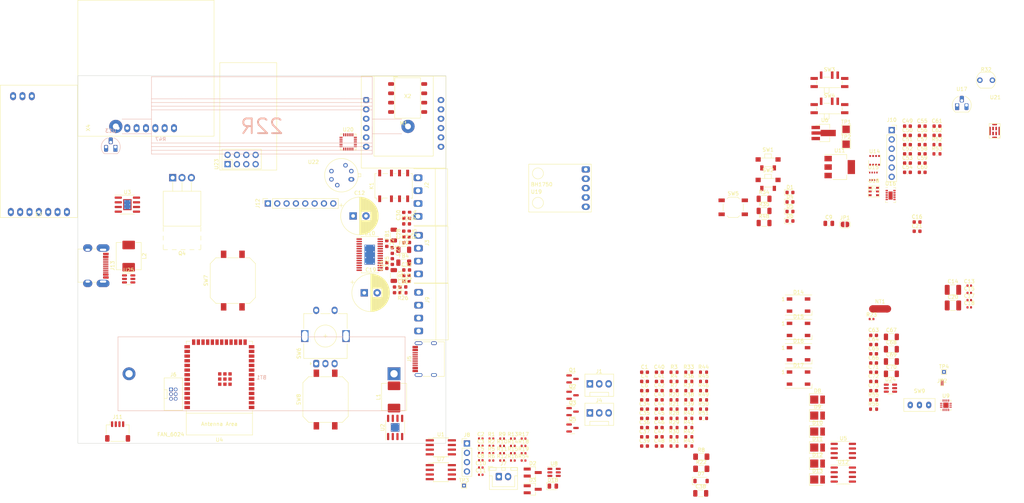
<source format=kicad_pcb>
(kicad_pcb (version 20221018) (generator pcbnew)
  (layers (0 "F.Cu" signal) (31 "B.Cu" signal) (34 "B.Paste" user) (35 "F.Paste" user) (36 "B.SilkS" user "B.Silkscreen") (37 "F.SilkS" user "F.Silkscreen") (38 "B.Mask" user) (39 "F.Mask" user) (44 "Edge.Cuts" user))
  (net 0 "")
  (net 1 "+3V8")
  (net 2 "GND")
  (net 3 "Net-(C1-Pad1)")
  (net 4 "+3V3")
  (net 5 "+5VP")
  (net 6 "PROG_EN")
  (net 7 "Net-(U2-BAT)")
  (net 8 "+15V")
  (net 9 "+24V")
  (net 10 "GNDA")
  (net 11 "/audioamplifier/AVDD")
  (net 12 "/audioamplifier/VR_DIG")
  (net 13 "Net-(U10-OUT_A+)")
  (net 14 "Net-(U10-BST_A+)")
  (net 15 "Net-(U10-OUT_A-)")
  (net 16 "Net-(U10-BST_A-)")
  (net 17 "Net-(U10-OUT_B+)")
  (net 18 "Net-(U10-BST_B+)")
  (net 19 "Net-(U10-OUT_B-)")
  (net 20 "Net-(U10-BST_B-)")
  (net 21 "OUT_A+")
  (net 22 "OUT_A-")
  (net 23 "Net-(C28-Pad2)")
  (net 24 "OUT_B+")
  (net 25 "Net-(C30-Pad2)")
  (net 26 "Net-(C31-Pad2)")
  (net 27 "OUT_B-")
  (net 28 "Net-(C33-Pad2)")
  (net 29 "+5V")
  (net 30 "SW")
  (net 31 "Net-(U20-REGOUT)")
  (net 32 "Net-(U20-CPOUT)")
  (net 33 "/psu/CC1")
  (net 34 "/psu/CC2")
  (net 35 "Net-(U25-CB)")
  (net 36 "/psu/SW")
  (net 37 "/psu/5Vx")
  (net 38 "Net-(D1-K)")
  (net 39 "Net-(D1-A)")
  (net 40 "CANH")
  (net 41 "CANL")
  (net 42 "RS485B")
  (net 43 "RS485A")
  (net 44 "Net-(D5-A)")
  (net 45 "Net-(D7-A)")
  (net 46 "/D14_COOL")
  (net 47 "/D12_COOL")
  (net 48 "/D10_COOL")
  (net 49 "/D11_COOL")
  (net 50 "/D13_COOL")
  (net 51 "/D9_COOL")
  (net 52 "Net-(D14-DOUT)")
  (net 53 "LED_RGB")
  (net 54 "Net-(D15-DOUT)")
  (net 55 "Net-(D16-DOUT)")
  (net 56 "Net-(D17-DOUT)")
  (net 57 "Net-(D18-K)")
  (net 58 "Net-(J1-Pin_1)")
  (net 59 "Net-(J1-Pin_2)")
  (net 60 "FAN1_SENSE")
  (net 61 "OneWire")
  (net 62 "/AO0")
  (net 63 "Net-(J4-Pin_1)")
  (net 64 "/VFAN")
  (net 66 "Net-(J5-CC1)")
  (net 67 "/USB+")
  (net 68 "/USB-")
  (net 70 "Net-(J5-CC2)")
  (net 72 "PROG_TX")
  (net 73 "PROG_RX")
  (net 74 "PROG_IO0")
  (net 75 "Net-(J9-Pin_1)")
  (net 76 "SCL")
  (net 77 "SDA")
  (net 89 "FAN2_DRIVE")
  (net 90 "Net-(JP1-B)")
  (net 91 "SPI_CLK")
  (net 92 "Net-(JP2-B)")
  (net 93 "K3_22")
  (net 94 "K3_21")
  (net 95 "K3_24")
  (net 96 "K3_14")
  (net 97 "K3_11")
  (net 98 "K3_12")
  (net 99 "Net-(U2-SW)")
  (net 100 "MOSI")
  (net 101 "SCLK")
  (net 102 "CS")
  (net 103 "INT")
  (net 104 "MISO")
  (net 105 "RST")
  (net 107 "Net-(Q1-B)")
  (net 108 "Net-(Q2-G)")
  (net 109 "Net-(Q3-B)")
  (net 110 "Net-(Q3-C)")
  (net 111 "Net-(Q5-G)")
  (net 112 "Net-(Q5-D)")
  (net 113 "Net-(R1-Pad1)")
  (net 114 "Net-(U2-KEY)")
  (net 115 "Net-(R4-Pad2)")
  (net 116 "Net-(U1-Rs)")
  (net 117 "Net-(SW3-A)")
  (net 118 "SDA1")
  (net 119 "Net-(U5B--)")
  (net 120 "SCL1")
  (net 121 "SDA2")
  (net 122 "SCL2")
  (net 123 "/AO1")
  (net 124 "COMMON_RESET")
  (net 125 "Net-(U5A--)")
  (net 126 "Net-(SW4-A)")
  (net 127 "/audioamplifier/ADR")
  (net 128 "K3_ON")
  (net 129 "ROT_A")
  (net 130 "LED_WHITE_P")
  (net 131 "ROT_B")
  (net 132 "Net-(R39-Pad1)")
  (net 133 "Net-(R40-Pad1)")
  (net 134 "1wire")
  (net 135 "HEATER")
  (net 136 "Net-(U12A--)")
  (net 137 "AUDIO")
  (net 138 "Net-(U12B-+)")
  (net 139 "Net-(U16-~{RESET})")
  (net 140 "Net-(U22-OEN)")
  (net 141 "Net-(U25-FB)")
  (net 142 "+5P")
  (net 143 "CAN_TX")
  (net 144 "CAN_RX")
  (net 146 "FAN1_DRIVE")
  (net 147 "I2S_SDAT")
  (net 148 "I2S_SCLK")
  (net 149 "I2S_LRCLK")
  (net 150 "485_RO")
  (net 151 "485_DI")
  (net 152 "485_DE")
  (net 153 "BUZZER")
  (net 154 "RS")
  (net 155 "ETH_CS")
  (net 156 "ETH_MOSI")
  (net 157 "ETH_CLK")
  (net 158 "ETH_MISO")
  (net 159 "ETH_INT")
  (net 160 "ETH_RST")
  (net 161 "CSN")
  (net 162 "BACKLIGHT")
  (net 163 "/VOUTB")
  (net 164 "AMP_PDN")
  (net 165 "/VOUTA")
  (net 166 "SW1")
  (net 167 "MON")
  (net 169 "Net-(U16-PWM)")
  (net 177 "I2S_SCK")
  (net 178 "I2S_SD")
  (net 179 "MOVE")
  (net 180 "SPI_IO1")
  (net 181 "SPI_IO2")
  (net 182 "SPI_CLKx")
  (net 183 "SPI_MOSIx")
  (net 184 "SPI_MISO")
  (footprint "Capacitor_SMD:C_0603_1608Metric" (layer "F.Cu") (at 253.965 130.675)
    (fp_text reference "C1")
    (fp_text value "10u")
  )
  (footprint "liebler_MECH:Switch_SS12D00" (layer "F.Cu") (at 328.67 139.59)
    (fp_text reference "SW9")
    (fp_text value "PROG 5V POWER")
  )
  (footprint "LED_SMD:LED_WS2812B_PLCC4_5.0x5.0mm_P3.2mm" (layer "F.Cu") (at 295.81 132.27)
    (fp_text reference "D17")
    (fp_text value "WS2812B")
  )
  (footprint "Resistor_SMD:R_0603_1608Metric" (layer "F.Cu") (at 261.985 143.225)
    (fp_text reference "R28")
    (fp_text value "1R")
  )
  (footprint "Capacitor_SMD:C_0603_1608Metric" (layer "F.Cu") (at 253.965 143.225)
    (fp_text reference "C35")
    (fp_text value "22u")
  )
  (footprint "Resistor_SMD:R_0402_1005Metric" (layer "F.Cu") (at 212.365 154.695)
    (fp_text reference "R6")
    (fp_text value "10k")
  )
  (footprint "Capacitor_SMD:C_0603_1608Metric" (layer "F.Cu") (at 325.405 73.795)
    (fp_text reference "C53")
    (fp_text value "u1")
  )
  (footprint "Connector_PinSocket_2.54mm:PinSocket_1x08_P2.54mm_Vertical" (layer "F.Cu") (at 151.625 84.775 90)
    (fp_text reference "J12")
    (fp_text value "CCS811")
  )
  (footprint "Capacitor_THT:CP_Radial_D10.0mm_P3.50mm" (layer "F.Cu") (at 174.782323 88.175)
    (fp_text reference "C12")
    (fp_text value "470u")
  )
  (footprint "liebler_OPTO:LED_PLCC_2835" (layer "F.Cu") (at 300.975 159.865)
    (fp_text reference "D13")
    (fp_text value "WHITE")
  )
  (footprint "Resistor_SMD:R_0603_1608Metric" (layer "F.Cu") (at 333.425 68.775)
    (fp_text reference "R52")
    (fp_text value "4k7")
  )
  (footprint "Resistor_SMD:R_0603_1608Metric" (layer "F.Cu") (at 261.985 133.185)
    (fp_text reference "R4")
    (fp_text value "10k")
  )
  (footprint "Capacitor_SMD:C_0402_1005Metric" (layer "F.Cu") (at 209.475 156.595)
    (fp_text reference "C10")
    (fp_text value "u1")
  )
  (footprint "Connector_PinSocket_2.54mm:PinSocket_1x06_P2.54mm_Vertical" (layer "F.Cu") (at 321.125 64.825)
    (fp_text reference "J10")
    (fp_text value "BME280")
  )
  (footprint "Capacitor_SMD:C_0603_1608Metric" (layer "F.Cu") (at 253.965 150.755)
    (fp_text reference "C39")
    (fp_text value "u1")
  )
  (footprint "Resistor_SMD:R_0603_1608Metric" (layer "F.Cu") (at 261.985 135.695)
    (fp_text reference "R7")
    (fp_text value "1R")
  )
  (footprint "Capacitor_SMD:C_0603_1608Metric" (layer "F.Cu") (at 188.3125 107.475)
    (fp_text reference "C31")
    (fp_text value "2n2/100V")
  )
  (footprint "Capacitor_SMD:C_0603_1608Metric" (layer "F.Cu") (at 188.5375 87.975 90)
    (fp_text reference "C30")
    (fp_text value "2n2/100V")
  )
  (footprint "Resistor_SMD:R_1206_3216Metric" (layer "F.Cu") (at 185.8375 104.375 -90)
    (fp_text reference "FB3")
    (fp_text value "300R3A")
  )
  (footprint "Package_SO:SOIC-8_3.9x4.9mm_P1.27mm" (layer "F.Cu") (at 307.975 152.065)
    (fp_text reference "U5")
    (fp_text value "LM358")
  )
  (footprint "Resistor_SMD:R_0603_1608Metric" (layer "F.Cu") (at 316.205 140.725)
    (fp_text reference "R56")
    (fp_text value "13k")
  )
  (footprint "Resistor_SMD:R_0603_1608Metric" (layer "F.Cu") (at 265.995 138.205)
    (fp_text reference "R38")
    (fp_text value "22k")
  )
  (footprint "Inductor_SMD:L_Abracon_ASPI-0630LR" (layer "F.Cu") (at 113.8 99.1 -90)
    (fp_text reference "L2")
    (fp_text value "4u7")
  )
  (footprint "Capacitor_SMD:C_0603_1608Metric" (layer "F.Cu") (at 333.425 63.755)
    (fp_text reference "C61")
    (fp_text value "u1")
  )
  (footprint "LED_SMD:LED_WS2812B_PLCC4_5.0x5.0mm_P3.2mm" (layer "F.Cu") (at 295.81 119.03)
    (fp_text reference "D15")
    (fp_text value "WS2812B")
  )
  (footprint "RF_Module:nRF24L01_Breakout" (layer "F.Cu") (at 140.675 74.1 90)
    (fp_text reference "U23")
    (fp_text value "NRF24L01")
  )
  (footprint "Connector_JST:JST_XH_B2B-XH-A_1x02_P2.50mm_Vertical" (layer "F.Cu") (at 214.385 159.065)
    (fp_text reference "J7")
    (fp_text value "FAN5V")
  )
  (footprint "Resistor_SMD:R_1206_3216Metric" (layer "F.Cu") (at 286.445 83.515)
    (fp_text reference "R34")
    (fp_text value "10R")
  )
  (footprint "Inductor_SMD:L_Abracon_ASPI-0630LR" (layer "F.Cu") (at 185.9 137.4 90)
    (fp_text reference "L1")
    (fp_text value "1u")
  )
  (footprint "Resistor_SMD:R_0402_1005Metric" (layer "F.Cu") (at 221.095 150.715)
    (fp_text reference "R18")
    (fp_text value "5k1")
  )
  (footprint "Capacitor_THT:CP_Radial_D10.0mm_P3.50mm" (layer "F.Cu") (at 177.819823 109.075)
    (fp_text reference "C19")
    (fp_text value "470u")
  )
  (footprint "Resistor_SMD:R_0603_1608Metric" (layer "F.Cu") (at 265.995 140.715)
    (fp_text reference "R39")
    (fp_text value "4k7")
  )
  (footprint "Package_TO_SOT_SMD:SOT-223-3_TabPin2" (layer "F.Cu") (at 307.005 74.875)
    (fp_text reference "U11")
    (fp_text value "AMS1117")
  )
  (footprint "liebler_MECH:SW_Push_1P1T_NO_CK_PTS125Sx43PSMTR" (layer "F.Cu") (at 142.1 105.75 90)
    (fp_text reference "SW7")
    (fp_text value "RED")
  )
  (footprint "OptoDevice:R_LDR_5.1x4.3mm_P3.4mm_Vertical" (layer "F.Cu") (at 345.085 51.255)
    (fp_text reference "R32")
    (fp_text value "GL5516")
  )
  (footprint "Package_TO_SOT_SMD:SOT-23-6" (layer "F.Cu") (at 229.385 157.915)
    (fp_text reference "U8")
    (fp_text value "SRV05-4")
  )
  (footprint "Capacitor_SMD:C_0603_1608Metric" (layer "F.Cu") (at 316.205 125.665)
    (fp_text reference "C65")
    (fp_text value "n33")
  )
  (footprint "liebler_MODULES:W5500-mini" (layer "F.Cu") (at 188.5 63)
    (fp_text reference "M1")
    (fp_text value "W5500_mini")
  )
  (footprint "Resistor_SMD:R_0603_1608Metric" (layer "F.Cu") (at 261.985 145.735)
    (fp_text reference "R29")
    (fp_text value "1k")
  )
  (footprint "Diode_SMD:D_SOD-123" (layer "F.Cu") (at 269.33 160.265)
    (fp_text reference "D7")
    (fp_text value "1N4007")
  )
  (footprint "liebler_MODULES:SIM7080G_AND_MODULE" (layer "F.Cu") (at 118.5 64.3 90)
    (fp_text reference "X4")
    (fp_text value "SIM7080G")
  )
  (footprint "Resistor_SMD:R_0603_1608Metric" (layer "F.Cu") (at 316.205 138.215)
    (fp_text reference "R55")
    (fp_text value "68k")
  )
  (footprint "Capacitor_SMD:C_0603_1608Metric" (layer "F.Cu") (at 329.415 76.305)
    (fp_text reference "C60")
    (fp_text value "u1")
  )
  (footprint "Resistor_SMD:R_0603_1608Metric" (layer "F.Cu") (at 261.985 130.675)
    (fp_text reference "R3")
    (fp_text value "2R2")
  )
  (footprint "Package_TO_SOT_SMD:SOT-23" (layer "F.Cu") (at 234.405 132.495)
    (fp_text reference "Q1")
    (fp_text value "BC817")
  )
  (footprint "Capacitor_SMD:C_0603_1608Metric" (layer "F.Cu") (at 257.975 133.185)
    (fp_text reference "C41")
    (fp_text value "4u7")
  )
  (footprint "liebler_CONN:USB_C_Receptacle_HRO_TYPE-C-31-M-12_IMPROVED" (layer "F.Cu") (at 102.6675 101.7 -90)
    (fp_text reference "J13")
    (fp_text value "POWER")
  )
  (footprint "Resistor_SMD:R_1206_3216Metric_Pad1.30x1.75mm_HandSolder" (layer "F.Cu") (at 269.385 153.655)
    (fp_text reference "R8")
    (fp_text value "K12")
  )
  (footprint "Connector:FanPinHeader_1x03_P2.54mm_Vertical" (layer "F.Cu") (at 239.125 133.845)
    (fp_text reference "J1")
    (fp_text value "Fan1")
  )
  (footprint "liebler_CONN:PhoenixContact_MC_1,5_4-G-3.5_1x04_P3.50mm_Horizontal_smallerCourtyard" (layer "F.Cu") (at 192.435 83.04 90)
    (fp_text reference "J2")
    (fp_text value "OneWire")
  )
  (footprint "Resistor_SMD:R_0402_1005Metric" (layer "F.Cu") (at 315.655 116.215)
    (fp_text reference "R23")
    (fp_text value "4k7")
  )
  (footprint "Resistor_SMD:R_0402_1005Metric" (layer "F.Cu") (at 218.185 152.705)
    (fp_text reference "R15")
    (fp_text value "4k7")
  )
  (footprint "Resistor_SMD:R_0402_1005Metric" (layer "F.Cu") (at 221.095 148.725)
    (fp_text reference "R17")
    (fp_text value "22k")
  )
  (footprint "Resistor_SMD:R_0603_1608Metric" (layer "F.Cu") (at 270.005 143.225)
    (fp_text reference "R51")
    (fp_text value "22k")
  )
  (footprint "Capacitor_SMD:C_0603_1608Metric" (layer "F.Cu") (at 253.965 145.735)
    (fp_text reference "C36")
    (fp_text value "22u")
  )
  (footprint "liebler_CONN:Jumper_Trace_025x150x015" (layer "F.Cu") (at 334.82 133.53)
    (fp_text reference "JP2")
    (fp_text value "USBC_INT")
  )
  (footprint "Capacitor_SMD:C_0603_1608Metric" (layer "F.Cu") (at 183.9375 95.675 -90)
    (fp_text reference "C22")
    (fp_text value "u22")
  )
  (footprint "Capacitor_SMD:C_0603_1608Metric" (layer "F.Cu") (at 316.205 130.685)
    (fp_text reference "C71")
    (fp_text value "u1")
  )
  (footprint "Capacitor_SMD:C_0603_1608Metric" (layer "F.Cu") (at 329.415 66.265)
    (fp_text reference "C56")
    (fp_text value "10n")
  )
  (footprint "Capacitor_SMD:C_0603_1608Metric" (layer "F.Cu") (at 325.405 71.285)
    (fp_text reference "C52")
    (fp_text value "u1")
  )
  (footprint "Capacitor_SMD:C_0603_1608Metric" (layer "F.Cu") (at 186.0375 108.275 -90)
    (fp_text reference "C29")
    (fp_text value "2n2/100V")
  )
  (footprint "liebler_MECH:SW_SPDT_PCM12_handsolder" (layer "F.Cu") (at 304.21 58.665)
    (fp_text reference "SW4")
    (fp_text value "OFF TERM  ON")
  )
  (footprint "Capacitor_SMD:C_0603_1608Metric" (layer "F.Cu") (at 257.975 130.675)
    (fp_text reference "C40")
    (fp_text value "u1")
  )
  (footprint "Package_SO:SOIC-8-1EP_3.9x4.9mm_P1.27mm_EP2.29x3mm_ThermalVias" (layer "F.Cu") (at 113.45 85.1)
    (fp_text reference "U3")
    (fp_text value "AS4950")
  )
  (footprint "Connector:FanPinHeader_1x03_P2.54mm_Vertical" (layer "F.Cu") (at 239.125 141.745)
    (fp_text reference "J4")
    (fp_text value "Fan2")
  )
  (footprint "LED_SMD:LED_0603_1608Metric" (layer "F.Cu") (at 293.485 84.365)
    (fp_text reference "D4")
    (fp_text value "75%")
  )
  (footprint "Capacitor_SMD:C_0603_1608Metric" (layer "F.Cu") (at 253.965 133.185)
    (fp_text reference "C4")
    (fp_text value "10u")
  )
  (footprint "Sensor_Motion:InvenSense_QFN-24_4x4mm_P0.5mm" (layer "F.Cu") (at 173.45 68.05)
    (fp_text reference "U20")
    (fp_text value "MPU-6050")
  )
  (footprint "Resistor_SMD:R_0402_1005Metric" (layer "F.Cu") (at 218.185 154.695)
    (fp_text reference "R16")
    (fp_text value "10k")
  )
  (footprint "Package_LGA:Bosch_LGA-8_2.5x2.5mm_P0.65mm_ClockwisePinNumbering" (layer "F.Cu") (at 316.135 77.395)
    (fp_text reference "U15")
    (fp_text value "BME280")
  )
  (footprint "Capacitor_SMD:C_0603_1608Metric" (layer "F.Cu") (at 253.965 138.205)
    (fp_text reference "C7")
    (fp_text value "22u")
  )
  (footprint "Capacitor_SMD:C_0603_1608Metric" (layer "F.Cu") (at 329.415 63.755)
    (fp_text reference "C55")
    (fp_text value "10u")
  )
  (footprint "Capacitor_SMD:C_0603_1608Metric" (layer "F.Cu") (at 316.205 120.645)
    (fp_text reference "C63")
    (fp_text value "u1")
  )
  (footprint "Capacitor_SMD:C_0402_1005Metric" (layer "F.Cu") (at 342.205 109.095)
    (fp_text reference "C15")
    (fp_text value "u1")
  )
  (footprint "Package_TO_SOT_SMD:SOT-89-3_Handsoldering" (layer "F.Cu") (at 302.935 65.615)
    (fp_text reference "U6")
    (fp_text value "L78L15_SOT89")
  )
  (footprint "Resistor_SMD:R_1206_3216Metric" (layer "F.Cu") (at 185.8375 93.375 90)
    (fp_text reference "FB1")
    (fp_text value "300R3A")
  )
  (footprint "Package_SO:HSOP-8-1EP_3.9x4.9mm_P1.27mm_EP2.3x2.3mm_ThermalVias" (layer "F.Cu") (at 186.2 145.7 90)
    (fp_text reference "U2")
    (fp_text value "IP5306")
  )
  (footprint "liebler_SEMICONDUCTORS:AMS_LGA-10-1EP_2.7x4mm_P0.6mm" (layer "F.Cu") (at 320.825 82.475)
    (fp_text reference "U16")
    (fp_text value "CCS811")
  )
  (footprint "TestPoint:TestPoint_Pad_2.0x2.0mm" (layer "F.Cu") (at 308.735 68.665)
    (fp_text reference "TP2")
    (fp_text value "AO0")
  )
  (footprint "Capacitor_SMD:C_0603_1608Metric" (layer "F.Cu") (at 188.5475 105.155 -90)
    (fp_text reference "C33")
    (fp_text value "2n2/100V")
  )
  (footprint "Capacitor_SMD:C_1206_3216Metric" (layer "F.Cu") (at 321.035 124.415)
    (fp_text reference "C68")
    (fp_text value "1u")
  )
  (footprint "Capacitor_SMD:C_0603_1608Metric" (layer "F.Cu") (at 316.205 135.705)
    (fp_text reference "C73")
    (fp_text value "22u")
  )
  (footprint "liebler_MECH:SW_Push_1P1T_NO_CK_PTS125Sx43PSMTR" (layer "F.Cu") (at 167.3 138.1 90)
    (fp_text reference "SW8")
    (fp_text value "GREEN")
  )
  (footprint "Capacitor_SMD:C_0603_1608Metric" (layer "F.Cu") (at 257.975 135.695)
    (fp_text reference "C42")
    (fp_text value "1u")
  )
  (footprint "Connector_JST:JST_SH_SM04B-SRSS-TB_1x04-1MP_P1.00mm_Horizontal" (layer "F.Cu") (at 110.8 146.8)
    (fp_text reference "J11")
    (fp_text value "QWIIC")
  )
  (footprint "liebler_CONN:IDC_2x03_P1.27mm_Vertical" (layer "F.Cu") (at 125.935 136.63)
    (fp_text reference "J6")
    (fp_text value "PROG")
  )
  (footprint "liebler_OPTO:LED_PLCC_2835" (layer "F.Cu") (at 300.975 151.165)
    (fp_text reference "D11")
    (fp_text value "WHITE")
  )
  (footprint "liebler_SEMICONDUCTORS:SOIC-8_3.9x4.9mm_Pitch1.27mm_handsolder" (layer "F.Cu") (at 198.615 151.105)
    (fp_text reference "U1")
    (fp_text value "SN65HVD230" hide)
  )
  (footprint "liebler_MECH:Button_2x4x3,5_handsolder" (layer "F.Cu") (at 287.54 73.41)
    (fp_text reference "SW1")
    (fp_text value "Reset")
  )
  (footprint "Espressif:ESP32-S3-WROOM-1" (layer "F.Cu") (at 138.45 132 180)
    (fp_text reference "U4")
    (fp_text value "ESP32-S3-WROOM-1")
  )
  (footprint "Resistor_SMD:R_0603_1608Metric" (layer "F.Cu") (at 265.995 150.755)
    (fp_text reference "R43")
    (fp_text value "4k7")
  )
  (footprint "Capacitor_SMD:C_0603_1608Metric" (layer "F.Cu") (at 325.405 66.265)
    (fp_text reference "C50")
    (fp_text value "u1")
  )
  (footprint "Capacitor_SMD:C_0805_2012Metric" (layer "F.Cu") (at 304.035 90.195)
    (fp_text reference "C9")
    (fp_text value "u47")
  )
  (footprint "liebler_MODULES:GY-302" (layer "F.Cu") (at 238 80.6)
    (fp_text reference "U19")
    (fp_text value "BH1750")
  )
  (footprint "Resistor_SMD:R_0603_1608Metric" (layer "F.Cu") (at 190.1375 87.975 -90)
    (fp_text reference "R24")
    (fp_text value "68R")
  )
  (footprint "Capacitor_SMD:C_0402_1005Metric" (layer "F.Cu") (at 209.475 158.565)
    (fp_text reference "C11")
    (fp_text value "u1")
  )
  (footprint "liebler_MODULES:Ebyte-E32-900T20D" (layer "F.Cu") (at 89.4 87.1 180)
    (fp_text reference "X3")
    (fp_text value "Ebyte E32")
  )
  (footprint "Resistor_SMD:R_1206_3216Metric" (layer "F.Cu") (at 286.445 90.095)
    (fp_text reference "R48")
    (fp_text value "3k3")
  )
  (footprint "Package_TO_SOT_SMD:SOT-23_Handsoldering" (layer "F.Cu") (at 223.585 157.965)
    (fp_text reference "D2")
    (fp_text value "NUP2105")
  )
  (footprint "TestPoint:TestPoint_Pad_2.0x2.0mm" (layer "F.Cu") (at 308.735 64.615)
    (fp_text reference "TP1")
    (fp_text value "AO1")
  )
  (footprint "Resistor_SMD:R_0402_1005Metric" (layer "F.Cu") (at 215.275 148.725)
    (fp_text reference "R9")
    (fp_text value "4k7")
  )
  (footprint "liebler_OPTO:LED_PLCC_2835" (layer "F.Cu") (at 300.975 155.515)
    (fp_text reference "D12")
    (fp_text value "WHITE")
  )
  (footprint "liebler_MECH:Button_2x4x3,5_handsolder" (layer "F.Cu") (at 287.54 78.97)
    (fp_text reference "SW2")
    (fp_text value "Prog")
  )
  (footprint "Capacitor_SMD:C_0603_1608Metric" (layer "F.Cu") (at 316.205 123.155)
    (fp_text reference "C64")
    (fp_text value "u1")
  )
  (footprint "Resistor_SMD:R_0603_1608Metric" (layer "F.Cu") (at 265.995 130.675)
    (fp_text reference "R33")
    (fp_text value "1k")
  )
  (footprint "Package_TO_SOT_SMD:SOT-23-6" (layer "F.Cu") (at 113.8 105.3)
    (fp_text reference "U25")
    (fp_text value "RY8310")
  )
  (footprint "Resistor_SMD:R_0402_1005Metric" (layer "F.Cu") (at 215.275 154.695)
    (fp_text reference "R12")
    (fp_text value "4k7")
  )
  (footprint "TestPoint:TestPoint_THTPad_1.0x1.0mm_Drill0.5mm" (layer "F.Cu") (at 335.335 130.595)
    (fp_text reference "TP4")
    (fp_text value "TP_INT")
  )
  (footprint "Capacitor_SMD:C_0603_1608Metric" (layer "F.Cu") (at 189.3275 95.39)
    (fp_text reference "C27")
    (fp_text value "2n2/100V")
  )
  (footprint "Resistor_SMD:R_0603_1608Metric" (layer "F.Cu") (at 261.985 138.205)
    (fp_text reference "R20")
    (fp_text value "1k")
  )
  (footprint "Resistor_SMD:R_0603_1608Metric" (layer "F.Cu") (at 265.995 135.695)
    (fp_text reference "R37")
    (fp_text value "1k")
  )
  (footprint "Capacitor_SMD:C_0402_1005Metric" (layer "F.Cu") (at 342.205 111.065)
    (fp_text reference "C17")
    (fp_text value "1u")
  )
  (footprint "Jumper:SolderJumper-2_P1.3mm_Open_RoundedPad1.0x1.5mm" (layer "F.Cu") (at 308.435 90.465)
    (fp_text reference "JP1")
    (fp_text value "Fan2toFan1")
  )
  (footprint "Capacitor_SMD:C_0603_1608Metric" (layer "F.Cu") (at 253.965 148.245)
    (fp_text reference "C37")
    (fp_text value "22u")
  )
  (footprint "Package_SO:HTSSOP-28-1EP_4.4x9.7mm_P0.65mm_EP2.85x5.4mm_ThermalVias" (layer "F.Cu") (at 179.3 98.7)
    (fp_text reference "U10")
    (fp_text value "TAS5805M")
  )
  (footprint "Capacitor_SMD:C_0603_1608Metric" (layer "F.Cu") (at 257.975 150.755)
    (fp_text reference "C48")
    (fp_text value "u1")
  )
  (footprint "Capacitor_SMD:C_0603_1608Metric" (layer "F.Cu") (at 189.3175 90.335)
    (fp_text reference "C26")
    (fp_text value "2n2/100V")
  )
  (footprint "liebler_MODULES:XGZP6897D" (layer "F.Cu") (at 189.6 56.09)
    (fp_text reference "X2")
    (fp_text value "XGZP6897D")
  )
  (footprint "Resistor_SMD:R_1206_3216Metric" (layer "F.Cu") (at 188.5375 97.375)
    (fp_text reference "FB2")
    (fp_text value "300R3A")
  )
  (footprint "Package_TO_SOT_SMD:SOT-23" (layer "F.Cu") (at 234.405 136.945)
    (fp_text reference "Q2")
    (fp_text value "IRLML6344")
  )
  (footprint "liebler_SEMICONDUCTORS:MSM261D4030H1CPM" (layer "F.Cu") (at 349.09 65.06)
    (fp_text reference "U21")
    (fp_text value "MSM261D4030H1CPM")
  )
  (footprint "Resistor_SMD:R_0603_1608Metric" (layer "F.Cu") (at 261.985 140.715)
    (fp_text reference "R21")
    (fp_text value "1k")
  )
  (footprint "Resistor_SMD:R_0603_1608Metric" (layer "F.Cu") (at 333.425 71.285)
    (fp_text reference "R53")
    (fp_text value "1M")
  )
  (footprint "Relay_SMD:Relay_DPDT_Omron_G6K-2F-Y" (layer "F.Cu") (at 185.8 80 90)
    (fp_text reference "K1")
    (fp_text value "G6K-2")
  )
  (footprint "liebler_MECH:FAN_6024" (layer "F.Cu") (at 150 157.5)
    (fp_text reference "X1" hide)
    (fp_text value "FAN_6024")
  )
  (footprint "Capacitor_SMD:C_0402_1005Metric" (layer "F.Cu") (at 209.475 152.655)
    (fp_text reference "C5")
    (fp_text value "u1")
  )
  (footprint "liebler_MECH:SW_SPDT_PCM12_handsolder" (layer "F.Cu") (at 304.21 51.56)
    (fp_text reference "SW3")
    (fp_text value "TERM ON")
  )
  (footprint "Capacitor_SMD:C_0603_1608Metric" (layer "F.Cu") (at 316.205 128.175)
    (fp_text reference "C66")
    (fp_text value "n33")
  )
  (footprint "Package_DFN_QFN:WQFN-14-1EP_2.5x2.5mm_P0.5mm_EP1.45x1.45mm" (layer "F.Cu") (at 335.855 139.655)
    (fp_text reference "U9")
    (fp_text value "FUSB302BMPX")
  )
  (footprint "Capacitor_SMD:C_0603_1608Metric" (layer "F.Cu") (at 185.4375 97.575 -90)
    (fp_text reference "C23")
    (fp_text value "u22")
  )
  (footprint "Package_TO_SOT_SMD:SOT-23_Handsoldering" (layer "F.Cu") (at 223.585 162.515)
    (fp_text reference "D3")
    (fp_text value "PSM712")
  )
  (footprint "Capacitor_SMD:C_0402_1005Metric" (layer "F.Cu") (at 342.205 113.035)
    (fp_text reference "C18")
    (fp_text value "1u")
  )
  (footprint "Capacitor_SMD:C_1206_3216Metric" (layer "F.Cu") (at 321.035 121.065)
    (fp_text reference "C67")
    (fp_text value "1u")
  )
  (footprint "Resistor_SMD:R_0402_1005Metric" (layer "F.Cu") (at 221.095 152.705)
    (fp_text reference "R19")
    (fp_text value "5k1")
  )
  (footprint "Capacitor_SMD:C_0603_1608Metric" (layer "F.Cu") (at 325.405 68.775)
    (fp_text reference "C51")
    (fp_text value "u1")
  )
  (footprint "Resistor_SMD:R_0402_1005Metric" (layer "F.Cu") (at 218.185 148.725)
    (fp_text reference "R13")
    (fp_text value "4k7")
  )
  (footprint "Capacitor_SMD:C_0603_1608Metric" (layer "F.Cu") (at 257.975 138.205)
    (fp_text reference "C43")
    (fp_text value "4u7")
  )
  (footprint "Capacitor_SMD:C_0603_1608Metric" (layer "F.Cu") (at 257.975 145.735)
    (fp_text reference "C46")
    (fp_text value "u1")
  )
  (footprint "Capacitor_SMD:C_0603_1608Metric" (layer "F.Cu") (at 329.415 71.285)
    (fp_text reference "C58")
    (fp_text value "u1")
  )
  (footprint "Capacitor_SMD:C_0603_1608Metric" (layer "F.Cu") (at 325.405 63.755)
    (fp_text reference "C49")
    (fp_text value "u1")
  )
  (footprint "Capacitor_SMD:C_0603_1608Metric" (layer "F.Cu") (at 329.415 73.795)
    (fp_text reference "C59")
    (fp_text value "2n2")
  )
  (footprint "Capacitor_SMD:C_0603_1608Metric" (layer "F.Cu") (at 257.975 140.715)
    (fp_text reference "C44")
    (fp_text value "1u")
  )
  (footprint "Package_LGA:Bosch_LGA-8_3x3mm_P0.8mm_ClockwisePinNumbering" (layer "F.Cu") (at 316.475 73.055)
    (fp_text reference "U14")
    (fp_text value "BME680")
  )
  (footprint "Capacitor_SMD:C_0402_1005Metric" (layer "F.Cu") (at 209.475 154.625)
    (fp_text reference "C8")
    (fp_text value "u1")
  )
  (footprint "Resistor_SMD:R_0603_1608Metric" (layer "F.Cu") (at 270.005 133.185)
    (fp_text reference "R45")
    (fp_text value "1k")
  )
  (footprint "liebler_SEMICONDUCTORS:AHT21" (layer "F.Cu") (at 316.26 81.52)
    (fp_text reference "U18")
    (fp_text value "AHT21")
  )
  (footprint "Resistor_SMD:R_0402_1005Metric" (layer "F.Cu") (at 212.365 152.705)
    (fp_text reference "R5")
    (fp_text value "4k7")
  )
  (footprint "LED_SMD:LED_0805_2012Metric" (layer "F.Cu") (at 229.055 161.66)
    (fp_text reference "D18")
    (fp_text value "HTR ON")
  )
  (footprint "Capacitor_SMD:C_0603_1608Metric" (layer "F.Cu") (at 185.4375 100.575 90)
    (fp_text reference "C25")
    (fp_text value "u22")
  )
  (footprint "liebler_OPTO:LED_PLCC_2835" (layer "F.Cu") (at 300.975 142.465)
    (fp_text reference "D9")
    (fp_text value "WHITE")
  )
  (footprint "Resistor_SMD:R_0603_1608Metric" (layer "F.Cu") (at 270.005 135.695)
    (fp_text reference "R46")
    (fp_text value "10k")
  )
  (footprint "Capacitor_SMD:C_0402_1005Metric" (layer "F.Cu") (at 209.475 148.715)
    (fp_text reference "C2")
    (fp_text value "u1")
  )
  (footprint "Resistor_SMD:R_0603_1608Metric" (layer "F.Cu") (at 265.995 143.225)
    (fp_text reference "R40")
    (fp_text value "2k2")
  )
  (footprint "Resistor_SMD:R_0402_1005Metric" (layer "F.Cu") (at 212.365 148.725)
    (fp_text reference "R1")
    (fp_text value "k1")
  )
  (footprint "Resistor_SMD:R_1206_3216Metric" (layer "F.Cu") (at 188.5375 100.875)
    (fp_text reference "FB4")
    (fp_text value "300R3A")
  )
  (footprint "Resistor_SMD:R_0603_1608Metric" (layer "F.Cu") (at 261.985 150.755)
    (fp_text reference "R31")
    (fp_text value "10k")
  )
  (footprint "Capacitor_SMD:C_1206_3216Metric" (layer "F.Cu") (at 321.035 127.765)
    (fp_text reference "C69")
    (fp_text value "10u")
  )
  (footprint "LED_SMD:LED_WS2812B_PLCC4_5.0x5.0mm_P3.2mm" (layer "F.Cu") (at 295.81 125.65)
    (fp_text reference "D16")
    (fp_text value "WS2812B")
  )
  (footprint "Resistor_SMD:R_0603_1608Metric" (layer "F.Cu") (at 261.985 148.245)
    (fp_text reference "R30")
    (fp_text value "1k")
  )
  (footprint "LED_SMD:LED_0603_1608Metric" (layer "F.Cu") (at 293.485 81.775)
    (fp_text reference "D1")
    (fp_text value "100%")
  )
  (footprint "Package_TO_SOT_THT:TO-92_HandSolder" (layer "F.Cu") (at 338.905 58.065)
    (fp_text reference "U17")
    (fp_text value "DS18B20")
  )
  (footprint "Resistor_SMD:R_0402_1005Metric" (layer "F.Cu") (at 215.275 152.705)
    (fp_text reference "R11")
    (fp_text value "4k7")
  )
  (footprint "Resistor_SMD:R_0603_1608Metric" (layer "F.Cu") (at 188.3375 109.075 180)
    (fp_text reference "R26")
    (fp_text value "68R")
  )
  (footprint "Resistor_SMD:R_1206_3216Metric" (layer "F.Cu") (at 286.445 86.805)
    (fp_text reference "R35")
    (fp_text value "10R")
  )
  (footprint "Capacitor_SMD:C_1210_3225Metric_Pad1.33x2.70mm_HandSolder" (layer "F.Cu") (at 337.765 112.515)
    (fp_text reference "C20")
    (fp_text value "22u")
  )
  (footprint "Resistor_SMD:R_0603_1608Metric" (layer "F.Cu") (at 270.005 140.715)
    (fp_text reference "R50")
    (fp_text value "10k")
  )
  (footprint "liebler_CONN:USB_C_Receptacle_HRO_TYPE-C-31-M-12_smaller" (layer "F.Cu") (at 195.7 127.1 90)
    (fp_text reference "J5")
    (fp_text value "USB_C_Receptacle_USB2.0")
  )
  (footprint "liebler_CONN:PhoenixContact_MC_1,5_4-G-3.5_1x04_P3.50mm_Horizontal_smallerCourtyard" (layer "F.Cu") (at 192.595 114.2 90)
    (fp_text reference "J9")
    (fp_text value "OneWire")
  )
  (footprint "Resistor_SMD:R_0402_1005Metric" (layer "F.Cu") (at 221.095 154.695)
    (fp_text reference "R54")
    (fp_text value "10k")
  )
  (footprint "Capacitor_SMD:C_0603_1608Metric" (layer "F.Cu") (at 257.975 148.245)
    (fp_text reference "C47")
    (fp_text value "u1")
  )
  (footprint "Capacitor_SMD:C_0402_1005Metric" (layer "F.Cu") (at 209.475 150.685)
    (fp_text reference "C3")
    (fp_text value "u1")
  )
  (footprint "Resistor_SMD:R_0603_1608Metric" (layer "F.Cu") (at 265.995 133.185)
    (fp_text reference "R36")
    (fp_text value "1k")
  )
  (footprint "NetTie:NetTie-2_SMD_Pad2.0mm" (layer "F.Cu") (at 317.975 113.445)
    (fp_text reference "NT1")
    (fp_text value "Net-Tie_2")
  )
  (footprint "LED_SMD:LED_WS2812B_PLCC4_5.0x5.0mm_P3.2mm" (layer "F.Cu") (at 295.81 112.41)
    (fp_text reference "D14")
    (fp_text value "WS2812B")
  )
  (footprint "TestPoint:TestPoint_THTPad_1.0x1.0mm_Drill0.5mm" (layer "F.Cu") (at 204.915 161.505)
    (fp_text reference "TP3")
    (fp_text value "SW")
  )
  (footprint "Resistor_SMD:R_0603_1608Metric" (layer "F.Cu") (at 190.0375 93.1 -90)
    (fp_text reference "R25")
    (fp_text value "68R")
  )
  (footprint "Resistor_SMD:R_0603_1608Metric" (layer "F.Cu") (at 265.995 148.245)
    (fp_text reference "R42")
    (fp_text value "1k")
  )
  (footprint "Resistor_SMD:R_0402_1005Metric" (layer "F.Cu") (at 212.365 150.715)
    (fp_text reference "R2")
    (fp_text value "10k")
  )
  (footprint "liebler_SEMICONDUCTORS:SOIC-8_3.9x4.9mm_Pitch1.27mm_handsolder" (layer "F.Cu") (at 198.615 157.855)
    (fp_text reference "U7")
    (fp_text value "MAX3485" hide)
  )
  (footprint "Package_TO_SOT_SMD:SOT-23" (layer "F.Cu") (at 234.405 141.395)
    (fp_text reference "Q3")
    (fp_text value "BC817")
  )
  (footprint "liebler_MECH:RotaryEncoder_Alps_EC11E-Switch_Vertical_H20mm" (layer "F.Cu") (at 167.26 120.839 90)
    (fp_text reference "SW6")
    (fp_text value "YELLOW")
  )
  (footprint "Resistor_SMD:R_0603_1608Metric" (layer "F.Cu") (at 270.005 138.205)
    (fp_text reference "R49")
    (fp_text value "10k")
  )
  (footprint "Resistor_SMD:R_0603_1608Metric" (layer "F.Cu") (at 190.0475 105.155 90)
    (fp_text reference "R27")
    (fp_text value "68R")
  )
  (footprint "Button_Switch_SMD:SW_SPST_TL3342" (layer "F.Cu") (at 278.065 85.825)
    (fp_text reference "SW5")
    (fp_text value "POWER")
  )
  (footprint "Capacitor_SMD:C_0402_1005Metric" (layer "F.Cu") (at 342.205 107.125)
    (fp_text reference "C13")
    (fp_text value "4u7")
  )
  (footprint "Capacitor_SMD:C_0603_1608Metric" (layer "F.Cu") (at 253.965 140.715)
    (fp_text reference "C34")
    (fp_text value "22u")
  )
  (footprint "Capacitor_SMD:C_0603_1608Metric" (layer "F.Cu") (at 328.015 89.825)
    (fp_text reference "C16")
    (fp_text value "u1")
  )
  (footprint "Package_TO_SOT_SMD:SOT-23-6" (layer "F.Cu") (at 320.785 135.015)
    (fp_text reference "U24")
    (fp_text value "SRV05")
  )
  (footprint "liebler_OPTO:LED_PLCC_2835" (layer "F.Cu") (at 300.975 146.815)
    (fp_text reference "D10")
    (fp_text value "WHITE")
  )
  (footprint "Package_TO_SOT_SMD:SOT-23" (layer "F.Cu") (at 234.405 145.845)
    (fp_text reference "Q5")
    (fp_text value "IRLML6344")
  )
  (footprint "liebler_CONN:PhoenixContact_MC_1,5_4-G-3.5_1x04_P3.50mm_Horizontal_smallerCourtyard" (layer "F.Cu") (at 192.535 98.7 90)
    (fp_text reference "J3")
    (fp_text value "Audio")
  )
  (footprint "Capacitor_SMD:C_0603_1608Metric" (layer "F.Cu") (at 189.3375 102.875)
    (fp_text reference "C32")
    (fp_text value "2n2/100V")
  )
  (footprint "Connector_PinHeader_2.54mm:PinHeader_1x04_P2.54mm_Vertical" (layer "F.Cu") (at 205.715 150.055)
    (fp_text reference "J8")
    (fp_text value "GN 5V RGB GN")
  )
  (footprint "Capacitor_SMD:C_0603_1608Metric" (layer "F.Cu") (at 257.975 143.225)
    (fp_text reference "C45")
    (fp_text value "u1")
  )
  (footprint "Capacitor_SMD:C_0603_1608Metric" (layer "F.Cu") (at 328.015 92.335)
    (fp_text reference "C21")
    (fp_text value "u1")
  )
  (footprint "Capacitor_SMD:C_0603_1608Metric" (layer "F.Cu") (at 316.205 133.195)
    (fp_text reference "C72")
    (fp_text value "u1")
  )
  (footprint "Capacitor_SMD:C_0603_1608Metric" (layer "F.Cu") (at 325.405 76.305)
    (fp_text reference "C54")
    (fp_text value "1u")
  )
  (footprint "Capacitor_SMD:C_0603_1608Metric" (layer "F.Cu") (at 183.9375 101.675 90)
    (fp_text reference "C24")
    (fp_text value "u22")
  )
  (footprint "Resistor_SMD:R_1206_3216Metric_Pad1.30x1.75mm_HandSolder" (layer "F.Cu") (at 269.385 156.945)
    (fp_text reference "R22")
    (fp_text value "K12")
  )
  (footprint "Capacitor_SMD:C_0603_1608Metric" (layer "F.Cu") (at 329.415 68.775)
    (fp_text reference "C57")
    (fp_text value "u1")
  )
  (footprint "Resistor_SMD:R_0603_1608Metric" (layer "F.Cu") (at 270.005 130.675)
    (fp_text reference "R44")
    (fp_text value "4k7")
  )
  (footprint "Resistor_SMD:R_0402_1005Metric" (layer "F.Cu") (at 215.275 150.715)
    (fp_text reference "R10")
    (fp_text value "10k")
  )
  (footprint "liebler_SEMICONDUCTORS:AM612" (layer "F.Cu") (at 171.6 77.1)
    (fp_text reference "U22")
    (fp_text value "AM612")
  )
  (footprint "Capacitor_SMD:C_0603_1608Metric" (layer "F.Cu") (at 333.425 66.265)
    (fp_text reference "C62")
    (fp_text value "10u")
  )
  (footprint "Package_TO_SOT_THT:TO-220-3_Horizontal_TabUp" (layer "F.Cu") (at 125.76 77.77)
    (fp_text reference "Q4")
    (fp_text value "TIP41")
  )
  (footprint "Capacitor_SMD:C_1210_3225Metric_Pad1.33x2.70mm_HandSolder" (layer "F.Cu") (at 337.765 108.265)
    (fp_text reference "C14")
    (fp_text value "22u")
  )
  (footprint "Resistor_SMD:R_0603_1608Metric" (layer "F.Cu") (at 265.995 145.735)
    (fp_text reference "R41")
    (fp_text value "1k")
  )
  (footprint "Capacitor_SMD:C_0603_1608Metric" (layer "F.Cu") (at 253.965 135.695)
    (fp_text reference "C6")
    (fp_text value "22u")
  )
  (footprint "Resistor_SMD:R_0402_1005Metric" (layer "F.Cu") (at 218.185 150.715)
    (fp_text reference "R14")
    (fp_text value "22k")
  )
  (footprint "LED_SMD:LED_0603_1608Metric" (layer "F.Cu") (at 293.485 89.545)
    (fp_text reference "D6")
    (fp_text value "25%")
  )
  (footprint "Capacitor_SMD:C_1206_3216Metric" (layer "F.Cu") (at 269.235 163.615)
    (fp_text reference "C38")
    (fp_text value "10u")
  )
  (footprint "liebler_OPTO:LED_PLCC_2835" (layer "F.Cu") (at 300.975 138.115)
    (fp_text reference "D8")
    (fp_text value "WHITE")
  )
  (footprint "Package_SO:SOIC-8_3.9x4.9mm_P1.27mm" (layer "F.Cu") (at 307.975 158.515)
    (fp_text reference "U12")
    (fp_text value "LM358")
  )
  (footprint "Capacitor_SMD:C_0603_1608Metric" (layer "F.Cu") (at 188.5375 93.075 90)
    (fp_text reference "C28")
    (fp_text value "2n2/100V")
  )
  (footprint "LED_SMD:LED_0603_1608Metric" (layer "F.Cu") (at 293.485 86.955)
    (fp_text reference "D5")
    (fp_text value "50%")
  )
  (footprint "Capacitor_SMD:C_1206_3216Metric" (layer "F.Cu") (at 321.035 131.115)
    (fp_text reference "C70")
    (fp_text value "10u")
  )
  (footprint "Package_TO_SOT_THT:TO-92_HandSolder" (layer "B.Cu") (at 110.2 69.4 180)
    (fp_text reference "U13")
    (fp_text value "DS18B20")
  )
  (footprint "Battery:BatteryHolder_MPD_BH-18650-PC2" (layer "B.Cu") (at 185.9 131.1 180)
    (fp_text reference "BT1")
    (fp_text value "18650")
  )
  (footprint "liebler_PASSIVES:Resistor_100W" (layer "B.Cu") (at 150 63.825)
    (fp_text reference "R47")
    (fp_text value "22R")
  )
  (gr_rect (start 100 50) (end 200 150) (stroke (width 0.1)) (fill none) (layer "Edge.Cuts"))
)
</source>
